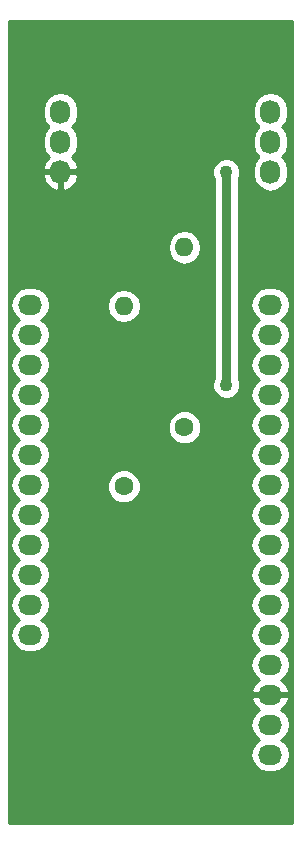
<source format=gbr>
G04 #@! TF.FileFunction,Copper,L1,Top,Signal*
%FSLAX46Y46*%
G04 Gerber Fmt 4.6, Leading zero omitted, Abs format (unit mm)*
G04 Created by KiCad (PCBNEW 4.0.7-e2-6376~58~ubuntu16.04.1) date Fri Nov  3 14:53:56 2017*
%MOMM*%
%LPD*%
G01*
G04 APERTURE LIST*
%ADD10C,0.100000*%
%ADD11O,2.032000X1.727200*%
%ADD12O,1.727200X2.032000*%
%ADD13C,1.600000*%
%ADD14O,1.600000X1.600000*%
%ADD15C,1.100000*%
%ADD16C,0.800000*%
%ADD17C,0.400000*%
%ADD18C,0.254000*%
G04 APERTURE END LIST*
D10*
D11*
X127000000Y-120472200D03*
X127000000Y-117932200D03*
X127000000Y-115392200D03*
X127000000Y-112852200D03*
X106680000Y-110312200D03*
X127000000Y-110312200D03*
X106680000Y-107772200D03*
X127000000Y-107772200D03*
X106680000Y-105232200D03*
X127000000Y-105232200D03*
X106680000Y-102692200D03*
X127000000Y-102692200D03*
X106680000Y-100152200D03*
X127000000Y-100152200D03*
X106680000Y-97612200D03*
X127000000Y-97612200D03*
X106680000Y-95072200D03*
X127000000Y-95072200D03*
X106680000Y-92532200D03*
X127000000Y-92532200D03*
X106680000Y-89992200D03*
X127000000Y-89992200D03*
X106680000Y-87452200D03*
X127000000Y-87452200D03*
X106680000Y-84912200D03*
X127000000Y-84912200D03*
X106680000Y-82372200D03*
X127000000Y-82372200D03*
D12*
X109220000Y-66040000D03*
X109220000Y-68580000D03*
X109220000Y-71120000D03*
X127000000Y-66040000D03*
X127000000Y-68580000D03*
X127000000Y-71120000D03*
D13*
X119735600Y-92760800D03*
D14*
X119735600Y-77520800D03*
D13*
X114604800Y-97739200D03*
D14*
X114604800Y-82499200D03*
D15*
X123291600Y-71120000D03*
X123291600Y-89204800D03*
D16*
X123291600Y-89204800D02*
X123291600Y-71120000D01*
D17*
X126847600Y-117932200D02*
X127000000Y-117932200D01*
X127330200Y-117932200D02*
X127177800Y-117932200D01*
D18*
G36*
X128830000Y-126290000D02*
X104850000Y-126290000D01*
X104850000Y-117932200D01*
X125316655Y-117932200D01*
X125430729Y-118505689D01*
X125755585Y-118991870D01*
X126070366Y-119202200D01*
X125755585Y-119412530D01*
X125430729Y-119898711D01*
X125316655Y-120472200D01*
X125430729Y-121045689D01*
X125755585Y-121531870D01*
X126241766Y-121856726D01*
X126815255Y-121970800D01*
X127184745Y-121970800D01*
X127758234Y-121856726D01*
X128244415Y-121531870D01*
X128569271Y-121045689D01*
X128683345Y-120472200D01*
X128569271Y-119898711D01*
X128244415Y-119412530D01*
X127929634Y-119202200D01*
X128244415Y-118991870D01*
X128569271Y-118505689D01*
X128683345Y-117932200D01*
X128569271Y-117358711D01*
X128244415Y-116872530D01*
X127934931Y-116665739D01*
X128350732Y-116294236D01*
X128604709Y-115766991D01*
X128607358Y-115751226D01*
X128486217Y-115519200D01*
X127127000Y-115519200D01*
X127127000Y-115539200D01*
X126873000Y-115539200D01*
X126873000Y-115519200D01*
X125513783Y-115519200D01*
X125392642Y-115751226D01*
X125395291Y-115766991D01*
X125649268Y-116294236D01*
X126065069Y-116665739D01*
X125755585Y-116872530D01*
X125430729Y-117358711D01*
X125316655Y-117932200D01*
X104850000Y-117932200D01*
X104850000Y-82372200D01*
X104996655Y-82372200D01*
X105110729Y-82945689D01*
X105435585Y-83431870D01*
X105750366Y-83642200D01*
X105435585Y-83852530D01*
X105110729Y-84338711D01*
X104996655Y-84912200D01*
X105110729Y-85485689D01*
X105435585Y-85971870D01*
X105750366Y-86182200D01*
X105435585Y-86392530D01*
X105110729Y-86878711D01*
X104996655Y-87452200D01*
X105110729Y-88025689D01*
X105435585Y-88511870D01*
X105750366Y-88722200D01*
X105435585Y-88932530D01*
X105110729Y-89418711D01*
X104996655Y-89992200D01*
X105110729Y-90565689D01*
X105435585Y-91051870D01*
X105750366Y-91262200D01*
X105435585Y-91472530D01*
X105110729Y-91958711D01*
X104996655Y-92532200D01*
X105110729Y-93105689D01*
X105435585Y-93591870D01*
X105750366Y-93802200D01*
X105435585Y-94012530D01*
X105110729Y-94498711D01*
X104996655Y-95072200D01*
X105110729Y-95645689D01*
X105435585Y-96131870D01*
X105750366Y-96342200D01*
X105435585Y-96552530D01*
X105110729Y-97038711D01*
X104996655Y-97612200D01*
X105110729Y-98185689D01*
X105435585Y-98671870D01*
X105750366Y-98882200D01*
X105435585Y-99092530D01*
X105110729Y-99578711D01*
X104996655Y-100152200D01*
X105110729Y-100725689D01*
X105435585Y-101211870D01*
X105750366Y-101422200D01*
X105435585Y-101632530D01*
X105110729Y-102118711D01*
X104996655Y-102692200D01*
X105110729Y-103265689D01*
X105435585Y-103751870D01*
X105750366Y-103962200D01*
X105435585Y-104172530D01*
X105110729Y-104658711D01*
X104996655Y-105232200D01*
X105110729Y-105805689D01*
X105435585Y-106291870D01*
X105750366Y-106502200D01*
X105435585Y-106712530D01*
X105110729Y-107198711D01*
X104996655Y-107772200D01*
X105110729Y-108345689D01*
X105435585Y-108831870D01*
X105750366Y-109042200D01*
X105435585Y-109252530D01*
X105110729Y-109738711D01*
X104996655Y-110312200D01*
X105110729Y-110885689D01*
X105435585Y-111371870D01*
X105921766Y-111696726D01*
X106495255Y-111810800D01*
X106864745Y-111810800D01*
X107438234Y-111696726D01*
X107924415Y-111371870D01*
X108249271Y-110885689D01*
X108363345Y-110312200D01*
X108249271Y-109738711D01*
X107924415Y-109252530D01*
X107609634Y-109042200D01*
X107924415Y-108831870D01*
X108249271Y-108345689D01*
X108363345Y-107772200D01*
X108249271Y-107198711D01*
X107924415Y-106712530D01*
X107609634Y-106502200D01*
X107924415Y-106291870D01*
X108249271Y-105805689D01*
X108363345Y-105232200D01*
X108249271Y-104658711D01*
X107924415Y-104172530D01*
X107609634Y-103962200D01*
X107924415Y-103751870D01*
X108249271Y-103265689D01*
X108363345Y-102692200D01*
X108249271Y-102118711D01*
X107924415Y-101632530D01*
X107609634Y-101422200D01*
X107924415Y-101211870D01*
X108249271Y-100725689D01*
X108363345Y-100152200D01*
X108249271Y-99578711D01*
X107924415Y-99092530D01*
X107609634Y-98882200D01*
X107924415Y-98671870D01*
X108249271Y-98185689D01*
X108281554Y-98023387D01*
X113169552Y-98023387D01*
X113387557Y-98551000D01*
X113790877Y-98955024D01*
X114318109Y-99173950D01*
X114888987Y-99174448D01*
X115416600Y-98956443D01*
X115820624Y-98553123D01*
X116039550Y-98025891D01*
X116040048Y-97455013D01*
X115822043Y-96927400D01*
X115418723Y-96523376D01*
X114891491Y-96304450D01*
X114320613Y-96303952D01*
X113793000Y-96521957D01*
X113388976Y-96925277D01*
X113170050Y-97452509D01*
X113169552Y-98023387D01*
X108281554Y-98023387D01*
X108363345Y-97612200D01*
X108249271Y-97038711D01*
X107924415Y-96552530D01*
X107609634Y-96342200D01*
X107924415Y-96131870D01*
X108249271Y-95645689D01*
X108363345Y-95072200D01*
X108249271Y-94498711D01*
X107924415Y-94012530D01*
X107609634Y-93802200D01*
X107924415Y-93591870D01*
X108249271Y-93105689D01*
X108261345Y-93044987D01*
X118300352Y-93044987D01*
X118518357Y-93572600D01*
X118921677Y-93976624D01*
X119448909Y-94195550D01*
X120019787Y-94196048D01*
X120547400Y-93978043D01*
X120951424Y-93574723D01*
X121170350Y-93047491D01*
X121170848Y-92476613D01*
X120952843Y-91949000D01*
X120549523Y-91544976D01*
X120022291Y-91326050D01*
X119451413Y-91325552D01*
X118923800Y-91543557D01*
X118519776Y-91946877D01*
X118300850Y-92474109D01*
X118300352Y-93044987D01*
X108261345Y-93044987D01*
X108363345Y-92532200D01*
X108249271Y-91958711D01*
X107924415Y-91472530D01*
X107609634Y-91262200D01*
X107924415Y-91051870D01*
X108249271Y-90565689D01*
X108363345Y-89992200D01*
X108249271Y-89418711D01*
X107924415Y-88932530D01*
X107609634Y-88722200D01*
X107924415Y-88511870D01*
X108249271Y-88025689D01*
X108363345Y-87452200D01*
X108249271Y-86878711D01*
X107924415Y-86392530D01*
X107609634Y-86182200D01*
X107924415Y-85971870D01*
X108249271Y-85485689D01*
X108363345Y-84912200D01*
X108249271Y-84338711D01*
X107924415Y-83852530D01*
X107609634Y-83642200D01*
X107924415Y-83431870D01*
X108249271Y-82945689D01*
X108343675Y-82471087D01*
X113169800Y-82471087D01*
X113169800Y-82527313D01*
X113279033Y-83076464D01*
X113590102Y-83542011D01*
X114055649Y-83853080D01*
X114604800Y-83962313D01*
X115153951Y-83853080D01*
X115619498Y-83542011D01*
X115930567Y-83076464D01*
X116039800Y-82527313D01*
X116039800Y-82471087D01*
X115930567Y-81921936D01*
X115619498Y-81456389D01*
X115153951Y-81145320D01*
X114604800Y-81036087D01*
X114055649Y-81145320D01*
X113590102Y-81456389D01*
X113279033Y-81921936D01*
X113169800Y-82471087D01*
X108343675Y-82471087D01*
X108363345Y-82372200D01*
X108249271Y-81798711D01*
X107924415Y-81312530D01*
X107438234Y-80987674D01*
X106864745Y-80873600D01*
X106495255Y-80873600D01*
X105921766Y-80987674D01*
X105435585Y-81312530D01*
X105110729Y-81798711D01*
X104996655Y-82372200D01*
X104850000Y-82372200D01*
X104850000Y-77492687D01*
X118300600Y-77492687D01*
X118300600Y-77548913D01*
X118409833Y-78098064D01*
X118720902Y-78563611D01*
X119186449Y-78874680D01*
X119735600Y-78983913D01*
X120284751Y-78874680D01*
X120750298Y-78563611D01*
X121061367Y-78098064D01*
X121170600Y-77548913D01*
X121170600Y-77492687D01*
X121061367Y-76943536D01*
X120750298Y-76477989D01*
X120284751Y-76166920D01*
X119735600Y-76057687D01*
X119186449Y-76166920D01*
X118720902Y-76477989D01*
X118409833Y-76943536D01*
X118300600Y-77492687D01*
X104850000Y-77492687D01*
X104850000Y-71481913D01*
X107734816Y-71481913D01*
X107928046Y-72034320D01*
X108317964Y-72470732D01*
X108845209Y-72724709D01*
X108860974Y-72727358D01*
X109093000Y-72606217D01*
X109093000Y-71247000D01*
X109347000Y-71247000D01*
X109347000Y-72606217D01*
X109579026Y-72727358D01*
X109594791Y-72724709D01*
X110122036Y-72470732D01*
X110511954Y-72034320D01*
X110705184Y-71481913D01*
X110627049Y-71354677D01*
X122106394Y-71354677D01*
X122256600Y-71718202D01*
X122256600Y-88607310D01*
X122106806Y-88968055D01*
X122106394Y-89439477D01*
X122286420Y-89875172D01*
X122619475Y-90208809D01*
X123054855Y-90389594D01*
X123526277Y-90390006D01*
X123961972Y-90209980D01*
X124295609Y-89876925D01*
X124476394Y-89441545D01*
X124476806Y-88970123D01*
X124326600Y-88606598D01*
X124326600Y-82372200D01*
X125316655Y-82372200D01*
X125430729Y-82945689D01*
X125755585Y-83431870D01*
X126070366Y-83642200D01*
X125755585Y-83852530D01*
X125430729Y-84338711D01*
X125316655Y-84912200D01*
X125430729Y-85485689D01*
X125755585Y-85971870D01*
X126070366Y-86182200D01*
X125755585Y-86392530D01*
X125430729Y-86878711D01*
X125316655Y-87452200D01*
X125430729Y-88025689D01*
X125755585Y-88511870D01*
X126070366Y-88722200D01*
X125755585Y-88932530D01*
X125430729Y-89418711D01*
X125316655Y-89992200D01*
X125430729Y-90565689D01*
X125755585Y-91051870D01*
X126070366Y-91262200D01*
X125755585Y-91472530D01*
X125430729Y-91958711D01*
X125316655Y-92532200D01*
X125430729Y-93105689D01*
X125755585Y-93591870D01*
X126070366Y-93802200D01*
X125755585Y-94012530D01*
X125430729Y-94498711D01*
X125316655Y-95072200D01*
X125430729Y-95645689D01*
X125755585Y-96131870D01*
X126070366Y-96342200D01*
X125755585Y-96552530D01*
X125430729Y-97038711D01*
X125316655Y-97612200D01*
X125430729Y-98185689D01*
X125755585Y-98671870D01*
X126070366Y-98882200D01*
X125755585Y-99092530D01*
X125430729Y-99578711D01*
X125316655Y-100152200D01*
X125430729Y-100725689D01*
X125755585Y-101211870D01*
X126070366Y-101422200D01*
X125755585Y-101632530D01*
X125430729Y-102118711D01*
X125316655Y-102692200D01*
X125430729Y-103265689D01*
X125755585Y-103751870D01*
X126070366Y-103962200D01*
X125755585Y-104172530D01*
X125430729Y-104658711D01*
X125316655Y-105232200D01*
X125430729Y-105805689D01*
X125755585Y-106291870D01*
X126070366Y-106502200D01*
X125755585Y-106712530D01*
X125430729Y-107198711D01*
X125316655Y-107772200D01*
X125430729Y-108345689D01*
X125755585Y-108831870D01*
X126070366Y-109042200D01*
X125755585Y-109252530D01*
X125430729Y-109738711D01*
X125316655Y-110312200D01*
X125430729Y-110885689D01*
X125755585Y-111371870D01*
X126070366Y-111582200D01*
X125755585Y-111792530D01*
X125430729Y-112278711D01*
X125316655Y-112852200D01*
X125430729Y-113425689D01*
X125755585Y-113911870D01*
X126065069Y-114118661D01*
X125649268Y-114490164D01*
X125395291Y-115017409D01*
X125392642Y-115033174D01*
X125513783Y-115265200D01*
X126873000Y-115265200D01*
X126873000Y-115245200D01*
X127127000Y-115245200D01*
X127127000Y-115265200D01*
X128486217Y-115265200D01*
X128607358Y-115033174D01*
X128604709Y-115017409D01*
X128350732Y-114490164D01*
X127934931Y-114118661D01*
X128244415Y-113911870D01*
X128569271Y-113425689D01*
X128683345Y-112852200D01*
X128569271Y-112278711D01*
X128244415Y-111792530D01*
X127929634Y-111582200D01*
X128244415Y-111371870D01*
X128569271Y-110885689D01*
X128683345Y-110312200D01*
X128569271Y-109738711D01*
X128244415Y-109252530D01*
X127929634Y-109042200D01*
X128244415Y-108831870D01*
X128569271Y-108345689D01*
X128683345Y-107772200D01*
X128569271Y-107198711D01*
X128244415Y-106712530D01*
X127929634Y-106502200D01*
X128244415Y-106291870D01*
X128569271Y-105805689D01*
X128683345Y-105232200D01*
X128569271Y-104658711D01*
X128244415Y-104172530D01*
X127929634Y-103962200D01*
X128244415Y-103751870D01*
X128569271Y-103265689D01*
X128683345Y-102692200D01*
X128569271Y-102118711D01*
X128244415Y-101632530D01*
X127929634Y-101422200D01*
X128244415Y-101211870D01*
X128569271Y-100725689D01*
X128683345Y-100152200D01*
X128569271Y-99578711D01*
X128244415Y-99092530D01*
X127929634Y-98882200D01*
X128244415Y-98671870D01*
X128569271Y-98185689D01*
X128683345Y-97612200D01*
X128569271Y-97038711D01*
X128244415Y-96552530D01*
X127929634Y-96342200D01*
X128244415Y-96131870D01*
X128569271Y-95645689D01*
X128683345Y-95072200D01*
X128569271Y-94498711D01*
X128244415Y-94012530D01*
X127929634Y-93802200D01*
X128244415Y-93591870D01*
X128569271Y-93105689D01*
X128683345Y-92532200D01*
X128569271Y-91958711D01*
X128244415Y-91472530D01*
X127929634Y-91262200D01*
X128244415Y-91051870D01*
X128569271Y-90565689D01*
X128683345Y-89992200D01*
X128569271Y-89418711D01*
X128244415Y-88932530D01*
X127929634Y-88722200D01*
X128244415Y-88511870D01*
X128569271Y-88025689D01*
X128683345Y-87452200D01*
X128569271Y-86878711D01*
X128244415Y-86392530D01*
X127929634Y-86182200D01*
X128244415Y-85971870D01*
X128569271Y-85485689D01*
X128683345Y-84912200D01*
X128569271Y-84338711D01*
X128244415Y-83852530D01*
X127929634Y-83642200D01*
X128244415Y-83431870D01*
X128569271Y-82945689D01*
X128683345Y-82372200D01*
X128569271Y-81798711D01*
X128244415Y-81312530D01*
X127758234Y-80987674D01*
X127184745Y-80873600D01*
X126815255Y-80873600D01*
X126241766Y-80987674D01*
X125755585Y-81312530D01*
X125430729Y-81798711D01*
X125316655Y-82372200D01*
X124326600Y-82372200D01*
X124326600Y-71717490D01*
X124476394Y-71356745D01*
X124476806Y-70885323D01*
X124296780Y-70449628D01*
X123963725Y-70115991D01*
X123528345Y-69935206D01*
X123056923Y-69934794D01*
X122621228Y-70114820D01*
X122287591Y-70447875D01*
X122106806Y-70883255D01*
X122106394Y-71354677D01*
X110627049Y-71354677D01*
X110560924Y-71247000D01*
X109347000Y-71247000D01*
X109093000Y-71247000D01*
X107879076Y-71247000D01*
X107734816Y-71481913D01*
X104850000Y-71481913D01*
X104850000Y-65855255D01*
X107721400Y-65855255D01*
X107721400Y-66224745D01*
X107835474Y-66798234D01*
X108160330Y-67284415D01*
X108198621Y-67310000D01*
X108160330Y-67335585D01*
X107835474Y-67821766D01*
X107721400Y-68395255D01*
X107721400Y-68764745D01*
X107835474Y-69338234D01*
X108160330Y-69824415D01*
X108228184Y-69869754D01*
X107928046Y-70205680D01*
X107734816Y-70758087D01*
X107879076Y-70993000D01*
X109093000Y-70993000D01*
X109093000Y-70973000D01*
X109347000Y-70973000D01*
X109347000Y-70993000D01*
X110560924Y-70993000D01*
X110705184Y-70758087D01*
X110511954Y-70205680D01*
X110211816Y-69869754D01*
X110279670Y-69824415D01*
X110604526Y-69338234D01*
X110718600Y-68764745D01*
X110718600Y-68395255D01*
X110604526Y-67821766D01*
X110279670Y-67335585D01*
X110241379Y-67310000D01*
X110279670Y-67284415D01*
X110604526Y-66798234D01*
X110718600Y-66224745D01*
X110718600Y-65855255D01*
X125501400Y-65855255D01*
X125501400Y-66224745D01*
X125615474Y-66798234D01*
X125940330Y-67284415D01*
X125978621Y-67310000D01*
X125940330Y-67335585D01*
X125615474Y-67821766D01*
X125501400Y-68395255D01*
X125501400Y-68764745D01*
X125615474Y-69338234D01*
X125940330Y-69824415D01*
X125978621Y-69850000D01*
X125940330Y-69875585D01*
X125615474Y-70361766D01*
X125501400Y-70935255D01*
X125501400Y-71304745D01*
X125615474Y-71878234D01*
X125940330Y-72364415D01*
X126426511Y-72689271D01*
X127000000Y-72803345D01*
X127573489Y-72689271D01*
X128059670Y-72364415D01*
X128384526Y-71878234D01*
X128498600Y-71304745D01*
X128498600Y-70935255D01*
X128384526Y-70361766D01*
X128059670Y-69875585D01*
X128021379Y-69850000D01*
X128059670Y-69824415D01*
X128384526Y-69338234D01*
X128498600Y-68764745D01*
X128498600Y-68395255D01*
X128384526Y-67821766D01*
X128059670Y-67335585D01*
X128021379Y-67310000D01*
X128059670Y-67284415D01*
X128384526Y-66798234D01*
X128498600Y-66224745D01*
X128498600Y-65855255D01*
X128384526Y-65281766D01*
X128059670Y-64795585D01*
X127573489Y-64470729D01*
X127000000Y-64356655D01*
X126426511Y-64470729D01*
X125940330Y-64795585D01*
X125615474Y-65281766D01*
X125501400Y-65855255D01*
X110718600Y-65855255D01*
X110604526Y-65281766D01*
X110279670Y-64795585D01*
X109793489Y-64470729D01*
X109220000Y-64356655D01*
X108646511Y-64470729D01*
X108160330Y-64795585D01*
X107835474Y-65281766D01*
X107721400Y-65855255D01*
X104850000Y-65855255D01*
X104850000Y-58368000D01*
X128830000Y-58368000D01*
X128830000Y-126290000D01*
X128830000Y-126290000D01*
G37*
X128830000Y-126290000D02*
X104850000Y-126290000D01*
X104850000Y-117932200D01*
X125316655Y-117932200D01*
X125430729Y-118505689D01*
X125755585Y-118991870D01*
X126070366Y-119202200D01*
X125755585Y-119412530D01*
X125430729Y-119898711D01*
X125316655Y-120472200D01*
X125430729Y-121045689D01*
X125755585Y-121531870D01*
X126241766Y-121856726D01*
X126815255Y-121970800D01*
X127184745Y-121970800D01*
X127758234Y-121856726D01*
X128244415Y-121531870D01*
X128569271Y-121045689D01*
X128683345Y-120472200D01*
X128569271Y-119898711D01*
X128244415Y-119412530D01*
X127929634Y-119202200D01*
X128244415Y-118991870D01*
X128569271Y-118505689D01*
X128683345Y-117932200D01*
X128569271Y-117358711D01*
X128244415Y-116872530D01*
X127934931Y-116665739D01*
X128350732Y-116294236D01*
X128604709Y-115766991D01*
X128607358Y-115751226D01*
X128486217Y-115519200D01*
X127127000Y-115519200D01*
X127127000Y-115539200D01*
X126873000Y-115539200D01*
X126873000Y-115519200D01*
X125513783Y-115519200D01*
X125392642Y-115751226D01*
X125395291Y-115766991D01*
X125649268Y-116294236D01*
X126065069Y-116665739D01*
X125755585Y-116872530D01*
X125430729Y-117358711D01*
X125316655Y-117932200D01*
X104850000Y-117932200D01*
X104850000Y-82372200D01*
X104996655Y-82372200D01*
X105110729Y-82945689D01*
X105435585Y-83431870D01*
X105750366Y-83642200D01*
X105435585Y-83852530D01*
X105110729Y-84338711D01*
X104996655Y-84912200D01*
X105110729Y-85485689D01*
X105435585Y-85971870D01*
X105750366Y-86182200D01*
X105435585Y-86392530D01*
X105110729Y-86878711D01*
X104996655Y-87452200D01*
X105110729Y-88025689D01*
X105435585Y-88511870D01*
X105750366Y-88722200D01*
X105435585Y-88932530D01*
X105110729Y-89418711D01*
X104996655Y-89992200D01*
X105110729Y-90565689D01*
X105435585Y-91051870D01*
X105750366Y-91262200D01*
X105435585Y-91472530D01*
X105110729Y-91958711D01*
X104996655Y-92532200D01*
X105110729Y-93105689D01*
X105435585Y-93591870D01*
X105750366Y-93802200D01*
X105435585Y-94012530D01*
X105110729Y-94498711D01*
X104996655Y-95072200D01*
X105110729Y-95645689D01*
X105435585Y-96131870D01*
X105750366Y-96342200D01*
X105435585Y-96552530D01*
X105110729Y-97038711D01*
X104996655Y-97612200D01*
X105110729Y-98185689D01*
X105435585Y-98671870D01*
X105750366Y-98882200D01*
X105435585Y-99092530D01*
X105110729Y-99578711D01*
X104996655Y-100152200D01*
X105110729Y-100725689D01*
X105435585Y-101211870D01*
X105750366Y-101422200D01*
X105435585Y-101632530D01*
X105110729Y-102118711D01*
X104996655Y-102692200D01*
X105110729Y-103265689D01*
X105435585Y-103751870D01*
X105750366Y-103962200D01*
X105435585Y-104172530D01*
X105110729Y-104658711D01*
X104996655Y-105232200D01*
X105110729Y-105805689D01*
X105435585Y-106291870D01*
X105750366Y-106502200D01*
X105435585Y-106712530D01*
X105110729Y-107198711D01*
X104996655Y-107772200D01*
X105110729Y-108345689D01*
X105435585Y-108831870D01*
X105750366Y-109042200D01*
X105435585Y-109252530D01*
X105110729Y-109738711D01*
X104996655Y-110312200D01*
X105110729Y-110885689D01*
X105435585Y-111371870D01*
X105921766Y-111696726D01*
X106495255Y-111810800D01*
X106864745Y-111810800D01*
X107438234Y-111696726D01*
X107924415Y-111371870D01*
X108249271Y-110885689D01*
X108363345Y-110312200D01*
X108249271Y-109738711D01*
X107924415Y-109252530D01*
X107609634Y-109042200D01*
X107924415Y-108831870D01*
X108249271Y-108345689D01*
X108363345Y-107772200D01*
X108249271Y-107198711D01*
X107924415Y-106712530D01*
X107609634Y-106502200D01*
X107924415Y-106291870D01*
X108249271Y-105805689D01*
X108363345Y-105232200D01*
X108249271Y-104658711D01*
X107924415Y-104172530D01*
X107609634Y-103962200D01*
X107924415Y-103751870D01*
X108249271Y-103265689D01*
X108363345Y-102692200D01*
X108249271Y-102118711D01*
X107924415Y-101632530D01*
X107609634Y-101422200D01*
X107924415Y-101211870D01*
X108249271Y-100725689D01*
X108363345Y-100152200D01*
X108249271Y-99578711D01*
X107924415Y-99092530D01*
X107609634Y-98882200D01*
X107924415Y-98671870D01*
X108249271Y-98185689D01*
X108281554Y-98023387D01*
X113169552Y-98023387D01*
X113387557Y-98551000D01*
X113790877Y-98955024D01*
X114318109Y-99173950D01*
X114888987Y-99174448D01*
X115416600Y-98956443D01*
X115820624Y-98553123D01*
X116039550Y-98025891D01*
X116040048Y-97455013D01*
X115822043Y-96927400D01*
X115418723Y-96523376D01*
X114891491Y-96304450D01*
X114320613Y-96303952D01*
X113793000Y-96521957D01*
X113388976Y-96925277D01*
X113170050Y-97452509D01*
X113169552Y-98023387D01*
X108281554Y-98023387D01*
X108363345Y-97612200D01*
X108249271Y-97038711D01*
X107924415Y-96552530D01*
X107609634Y-96342200D01*
X107924415Y-96131870D01*
X108249271Y-95645689D01*
X108363345Y-95072200D01*
X108249271Y-94498711D01*
X107924415Y-94012530D01*
X107609634Y-93802200D01*
X107924415Y-93591870D01*
X108249271Y-93105689D01*
X108261345Y-93044987D01*
X118300352Y-93044987D01*
X118518357Y-93572600D01*
X118921677Y-93976624D01*
X119448909Y-94195550D01*
X120019787Y-94196048D01*
X120547400Y-93978043D01*
X120951424Y-93574723D01*
X121170350Y-93047491D01*
X121170848Y-92476613D01*
X120952843Y-91949000D01*
X120549523Y-91544976D01*
X120022291Y-91326050D01*
X119451413Y-91325552D01*
X118923800Y-91543557D01*
X118519776Y-91946877D01*
X118300850Y-92474109D01*
X118300352Y-93044987D01*
X108261345Y-93044987D01*
X108363345Y-92532200D01*
X108249271Y-91958711D01*
X107924415Y-91472530D01*
X107609634Y-91262200D01*
X107924415Y-91051870D01*
X108249271Y-90565689D01*
X108363345Y-89992200D01*
X108249271Y-89418711D01*
X107924415Y-88932530D01*
X107609634Y-88722200D01*
X107924415Y-88511870D01*
X108249271Y-88025689D01*
X108363345Y-87452200D01*
X108249271Y-86878711D01*
X107924415Y-86392530D01*
X107609634Y-86182200D01*
X107924415Y-85971870D01*
X108249271Y-85485689D01*
X108363345Y-84912200D01*
X108249271Y-84338711D01*
X107924415Y-83852530D01*
X107609634Y-83642200D01*
X107924415Y-83431870D01*
X108249271Y-82945689D01*
X108343675Y-82471087D01*
X113169800Y-82471087D01*
X113169800Y-82527313D01*
X113279033Y-83076464D01*
X113590102Y-83542011D01*
X114055649Y-83853080D01*
X114604800Y-83962313D01*
X115153951Y-83853080D01*
X115619498Y-83542011D01*
X115930567Y-83076464D01*
X116039800Y-82527313D01*
X116039800Y-82471087D01*
X115930567Y-81921936D01*
X115619498Y-81456389D01*
X115153951Y-81145320D01*
X114604800Y-81036087D01*
X114055649Y-81145320D01*
X113590102Y-81456389D01*
X113279033Y-81921936D01*
X113169800Y-82471087D01*
X108343675Y-82471087D01*
X108363345Y-82372200D01*
X108249271Y-81798711D01*
X107924415Y-81312530D01*
X107438234Y-80987674D01*
X106864745Y-80873600D01*
X106495255Y-80873600D01*
X105921766Y-80987674D01*
X105435585Y-81312530D01*
X105110729Y-81798711D01*
X104996655Y-82372200D01*
X104850000Y-82372200D01*
X104850000Y-77492687D01*
X118300600Y-77492687D01*
X118300600Y-77548913D01*
X118409833Y-78098064D01*
X118720902Y-78563611D01*
X119186449Y-78874680D01*
X119735600Y-78983913D01*
X120284751Y-78874680D01*
X120750298Y-78563611D01*
X121061367Y-78098064D01*
X121170600Y-77548913D01*
X121170600Y-77492687D01*
X121061367Y-76943536D01*
X120750298Y-76477989D01*
X120284751Y-76166920D01*
X119735600Y-76057687D01*
X119186449Y-76166920D01*
X118720902Y-76477989D01*
X118409833Y-76943536D01*
X118300600Y-77492687D01*
X104850000Y-77492687D01*
X104850000Y-71481913D01*
X107734816Y-71481913D01*
X107928046Y-72034320D01*
X108317964Y-72470732D01*
X108845209Y-72724709D01*
X108860974Y-72727358D01*
X109093000Y-72606217D01*
X109093000Y-71247000D01*
X109347000Y-71247000D01*
X109347000Y-72606217D01*
X109579026Y-72727358D01*
X109594791Y-72724709D01*
X110122036Y-72470732D01*
X110511954Y-72034320D01*
X110705184Y-71481913D01*
X110627049Y-71354677D01*
X122106394Y-71354677D01*
X122256600Y-71718202D01*
X122256600Y-88607310D01*
X122106806Y-88968055D01*
X122106394Y-89439477D01*
X122286420Y-89875172D01*
X122619475Y-90208809D01*
X123054855Y-90389594D01*
X123526277Y-90390006D01*
X123961972Y-90209980D01*
X124295609Y-89876925D01*
X124476394Y-89441545D01*
X124476806Y-88970123D01*
X124326600Y-88606598D01*
X124326600Y-82372200D01*
X125316655Y-82372200D01*
X125430729Y-82945689D01*
X125755585Y-83431870D01*
X126070366Y-83642200D01*
X125755585Y-83852530D01*
X125430729Y-84338711D01*
X125316655Y-84912200D01*
X125430729Y-85485689D01*
X125755585Y-85971870D01*
X126070366Y-86182200D01*
X125755585Y-86392530D01*
X125430729Y-86878711D01*
X125316655Y-87452200D01*
X125430729Y-88025689D01*
X125755585Y-88511870D01*
X126070366Y-88722200D01*
X125755585Y-88932530D01*
X125430729Y-89418711D01*
X125316655Y-89992200D01*
X125430729Y-90565689D01*
X125755585Y-91051870D01*
X126070366Y-91262200D01*
X125755585Y-91472530D01*
X125430729Y-91958711D01*
X125316655Y-92532200D01*
X125430729Y-93105689D01*
X125755585Y-93591870D01*
X126070366Y-93802200D01*
X125755585Y-94012530D01*
X125430729Y-94498711D01*
X125316655Y-95072200D01*
X125430729Y-95645689D01*
X125755585Y-96131870D01*
X126070366Y-96342200D01*
X125755585Y-96552530D01*
X125430729Y-97038711D01*
X125316655Y-97612200D01*
X125430729Y-98185689D01*
X125755585Y-98671870D01*
X126070366Y-98882200D01*
X125755585Y-99092530D01*
X125430729Y-99578711D01*
X125316655Y-100152200D01*
X125430729Y-100725689D01*
X125755585Y-101211870D01*
X126070366Y-101422200D01*
X125755585Y-101632530D01*
X125430729Y-102118711D01*
X125316655Y-102692200D01*
X125430729Y-103265689D01*
X125755585Y-103751870D01*
X126070366Y-103962200D01*
X125755585Y-104172530D01*
X125430729Y-104658711D01*
X125316655Y-105232200D01*
X125430729Y-105805689D01*
X125755585Y-106291870D01*
X126070366Y-106502200D01*
X125755585Y-106712530D01*
X125430729Y-107198711D01*
X125316655Y-107772200D01*
X125430729Y-108345689D01*
X125755585Y-108831870D01*
X126070366Y-109042200D01*
X125755585Y-109252530D01*
X125430729Y-109738711D01*
X125316655Y-110312200D01*
X125430729Y-110885689D01*
X125755585Y-111371870D01*
X126070366Y-111582200D01*
X125755585Y-111792530D01*
X125430729Y-112278711D01*
X125316655Y-112852200D01*
X125430729Y-113425689D01*
X125755585Y-113911870D01*
X126065069Y-114118661D01*
X125649268Y-114490164D01*
X125395291Y-115017409D01*
X125392642Y-115033174D01*
X125513783Y-115265200D01*
X126873000Y-115265200D01*
X126873000Y-115245200D01*
X127127000Y-115245200D01*
X127127000Y-115265200D01*
X128486217Y-115265200D01*
X128607358Y-115033174D01*
X128604709Y-115017409D01*
X128350732Y-114490164D01*
X127934931Y-114118661D01*
X128244415Y-113911870D01*
X128569271Y-113425689D01*
X128683345Y-112852200D01*
X128569271Y-112278711D01*
X128244415Y-111792530D01*
X127929634Y-111582200D01*
X128244415Y-111371870D01*
X128569271Y-110885689D01*
X128683345Y-110312200D01*
X128569271Y-109738711D01*
X128244415Y-109252530D01*
X127929634Y-109042200D01*
X128244415Y-108831870D01*
X128569271Y-108345689D01*
X128683345Y-107772200D01*
X128569271Y-107198711D01*
X128244415Y-106712530D01*
X127929634Y-106502200D01*
X128244415Y-106291870D01*
X128569271Y-105805689D01*
X128683345Y-105232200D01*
X128569271Y-104658711D01*
X128244415Y-104172530D01*
X127929634Y-103962200D01*
X128244415Y-103751870D01*
X128569271Y-103265689D01*
X128683345Y-102692200D01*
X128569271Y-102118711D01*
X128244415Y-101632530D01*
X127929634Y-101422200D01*
X128244415Y-101211870D01*
X128569271Y-100725689D01*
X128683345Y-100152200D01*
X128569271Y-99578711D01*
X128244415Y-99092530D01*
X127929634Y-98882200D01*
X128244415Y-98671870D01*
X128569271Y-98185689D01*
X128683345Y-97612200D01*
X128569271Y-97038711D01*
X128244415Y-96552530D01*
X127929634Y-96342200D01*
X128244415Y-96131870D01*
X128569271Y-95645689D01*
X128683345Y-95072200D01*
X128569271Y-94498711D01*
X128244415Y-94012530D01*
X127929634Y-93802200D01*
X128244415Y-93591870D01*
X128569271Y-93105689D01*
X128683345Y-92532200D01*
X128569271Y-91958711D01*
X128244415Y-91472530D01*
X127929634Y-91262200D01*
X128244415Y-91051870D01*
X128569271Y-90565689D01*
X128683345Y-89992200D01*
X128569271Y-89418711D01*
X128244415Y-88932530D01*
X127929634Y-88722200D01*
X128244415Y-88511870D01*
X128569271Y-88025689D01*
X128683345Y-87452200D01*
X128569271Y-86878711D01*
X128244415Y-86392530D01*
X127929634Y-86182200D01*
X128244415Y-85971870D01*
X128569271Y-85485689D01*
X128683345Y-84912200D01*
X128569271Y-84338711D01*
X128244415Y-83852530D01*
X127929634Y-83642200D01*
X128244415Y-83431870D01*
X128569271Y-82945689D01*
X128683345Y-82372200D01*
X128569271Y-81798711D01*
X128244415Y-81312530D01*
X127758234Y-80987674D01*
X127184745Y-80873600D01*
X126815255Y-80873600D01*
X126241766Y-80987674D01*
X125755585Y-81312530D01*
X125430729Y-81798711D01*
X125316655Y-82372200D01*
X124326600Y-82372200D01*
X124326600Y-71717490D01*
X124476394Y-71356745D01*
X124476806Y-70885323D01*
X124296780Y-70449628D01*
X123963725Y-70115991D01*
X123528345Y-69935206D01*
X123056923Y-69934794D01*
X122621228Y-70114820D01*
X122287591Y-70447875D01*
X122106806Y-70883255D01*
X122106394Y-71354677D01*
X110627049Y-71354677D01*
X110560924Y-71247000D01*
X109347000Y-71247000D01*
X109093000Y-71247000D01*
X107879076Y-71247000D01*
X107734816Y-71481913D01*
X104850000Y-71481913D01*
X104850000Y-65855255D01*
X107721400Y-65855255D01*
X107721400Y-66224745D01*
X107835474Y-66798234D01*
X108160330Y-67284415D01*
X108198621Y-67310000D01*
X108160330Y-67335585D01*
X107835474Y-67821766D01*
X107721400Y-68395255D01*
X107721400Y-68764745D01*
X107835474Y-69338234D01*
X108160330Y-69824415D01*
X108228184Y-69869754D01*
X107928046Y-70205680D01*
X107734816Y-70758087D01*
X107879076Y-70993000D01*
X109093000Y-70993000D01*
X109093000Y-70973000D01*
X109347000Y-70973000D01*
X109347000Y-70993000D01*
X110560924Y-70993000D01*
X110705184Y-70758087D01*
X110511954Y-70205680D01*
X110211816Y-69869754D01*
X110279670Y-69824415D01*
X110604526Y-69338234D01*
X110718600Y-68764745D01*
X110718600Y-68395255D01*
X110604526Y-67821766D01*
X110279670Y-67335585D01*
X110241379Y-67310000D01*
X110279670Y-67284415D01*
X110604526Y-66798234D01*
X110718600Y-66224745D01*
X110718600Y-65855255D01*
X125501400Y-65855255D01*
X125501400Y-66224745D01*
X125615474Y-66798234D01*
X125940330Y-67284415D01*
X125978621Y-67310000D01*
X125940330Y-67335585D01*
X125615474Y-67821766D01*
X125501400Y-68395255D01*
X125501400Y-68764745D01*
X125615474Y-69338234D01*
X125940330Y-69824415D01*
X125978621Y-69850000D01*
X125940330Y-69875585D01*
X125615474Y-70361766D01*
X125501400Y-70935255D01*
X125501400Y-71304745D01*
X125615474Y-71878234D01*
X125940330Y-72364415D01*
X126426511Y-72689271D01*
X127000000Y-72803345D01*
X127573489Y-72689271D01*
X128059670Y-72364415D01*
X128384526Y-71878234D01*
X128498600Y-71304745D01*
X128498600Y-70935255D01*
X128384526Y-70361766D01*
X128059670Y-69875585D01*
X128021379Y-69850000D01*
X128059670Y-69824415D01*
X128384526Y-69338234D01*
X128498600Y-68764745D01*
X128498600Y-68395255D01*
X128384526Y-67821766D01*
X128059670Y-67335585D01*
X128021379Y-67310000D01*
X128059670Y-67284415D01*
X128384526Y-66798234D01*
X128498600Y-66224745D01*
X128498600Y-65855255D01*
X128384526Y-65281766D01*
X128059670Y-64795585D01*
X127573489Y-64470729D01*
X127000000Y-64356655D01*
X126426511Y-64470729D01*
X125940330Y-64795585D01*
X125615474Y-65281766D01*
X125501400Y-65855255D01*
X110718600Y-65855255D01*
X110604526Y-65281766D01*
X110279670Y-64795585D01*
X109793489Y-64470729D01*
X109220000Y-64356655D01*
X108646511Y-64470729D01*
X108160330Y-64795585D01*
X107835474Y-65281766D01*
X107721400Y-65855255D01*
X104850000Y-65855255D01*
X104850000Y-58368000D01*
X128830000Y-58368000D01*
X128830000Y-126290000D01*
M02*

</source>
